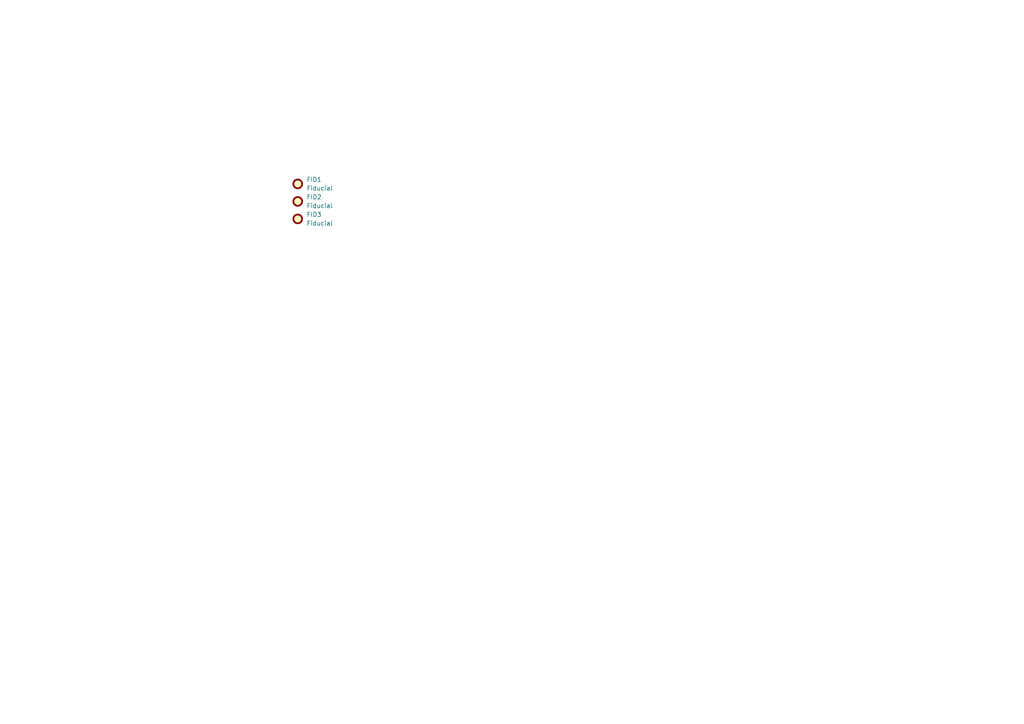
<source format=kicad_sch>
(kicad_sch (version 20250114) (generator "eeschema") (generator_version "9.0")
  (paper "A4")
  (title_block (title "RPi SA818 Hat") (rev "0.1") (company "Murgatroid Heavy Industries, LLC"))
  (lib_symbols
    (symbol "Mechanical:Fiducial" (exclude_from_sim yes) (in_bom no)
      (property "Reference" "FID" (at 0 5.08 0))
      (property "Value" "Fiducial" (at 0 3.175 0))
      (symbol "Fiducial_0_1"
        (circle (center 0 0) (radius 1.27) (stroke (width 0.508)) (fill (type background)))
      )
    )
  )
  (symbol (lib_id "Mechanical:Fiducial") (at 86.36 58.42 0) (unit 1)
    (property "Reference" "FID2" (at 88.9 57.15 0) (effects (justify left)))
    (property "Value" "Fiducial" (at 88.9 59.69 0) (effects (justify left)))
    (property "Footprint" "Fiducial:Fiducial_0.5mm_Mask1mm" (effects (hide yes)))
    (property "Description" "Fiducial Marker" (effects (hide yes)))
  )
  (symbol (lib_id "Mechanical:Fiducial") (at 86.36 63.5 0) (unit 1)
    (property "Reference" "FID3" (at 88.9 62.23 0) (effects (justify left)))
    (property "Value" "Fiducial" (at 88.9 64.77 0) (effects (justify left)))
    (property "Footprint" "Fiducial:Fiducial_0.5mm_Mask1mm" (effects (hide yes)))
    (property "Description" "Fiducial Marker" (effects (hide yes)))
  )
  (symbol (lib_id "Mechanical:Fiducial") (at 86.36 53.34 0) (unit 1)
    (property "Reference" "FID1" (at 88.9 52.07 0) (effects (justify left)))
    (property "Value" "Fiducial" (at 88.9 54.61 0) (effects (justify left)))
    (property "Footprint" "Fiducial:Fiducial_0.5mm_Mask1mm" (effects (hide yes)))
    (property "Description" "Fiducial Marker" (effects (hide yes)))
  )
)
</source>
